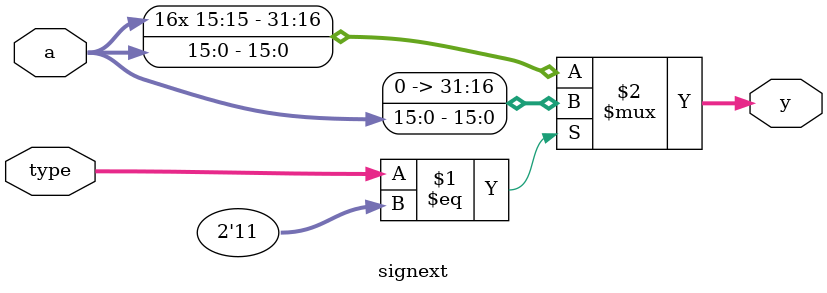
<source format=v>
`timescale 1ns / 1ps


module signext(
    input wire [15:0] a,
    input wire [1:0] type,
    output wire [31:0] y
    );
    
    assign y = (type == 2'b11)?{{16{1'b0}},a} : {{16{a[15]}},a};

endmodule

</source>
